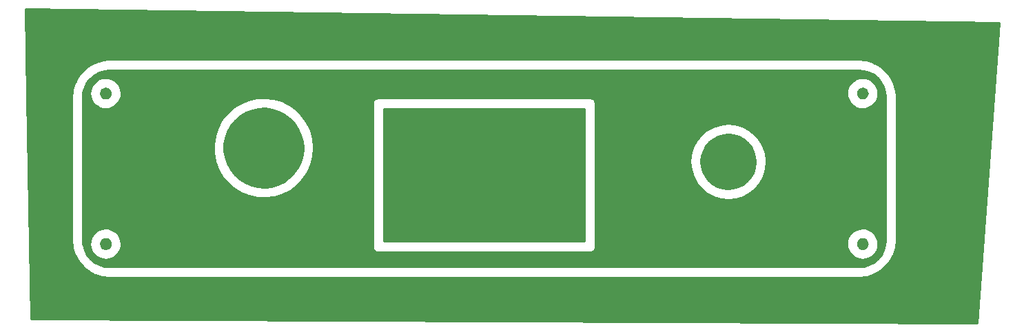
<source format=gbr>
%TF.GenerationSoftware,KiCad,Pcbnew,5.0.2+dfsg1-1*%
%TF.CreationDate,2021-08-12T08:11:43+08:00*%
%TF.ProjectId,shell_2,7368656c-6c5f-4322-9e6b-696361645f70,rev?*%
%TF.SameCoordinates,Original*%
%TF.FileFunction,Copper,L1,Top*%
%TF.FilePolarity,Positive*%
%FSLAX46Y46*%
G04 Gerber Fmt 4.6, Leading zero omitted, Abs format (unit mm)*
G04 Created by KiCad (PCBNEW 5.0.2+dfsg1-1) date 2021年08月12日 星期四 08时11分43秒*
%MOMM*%
%LPD*%
G01*
G04 APERTURE LIST*
%TA.AperFunction,NonConductor*%
%ADD10C,0.254000*%
%TD*%
G04 APERTURE END LIST*
D10*
G36*
X213274410Y-94816306D02*
X210600301Y-131749284D01*
X94308041Y-131242343D01*
X93838410Y-103967582D01*
X99340000Y-103967582D01*
X99340001Y-121532419D01*
X99342988Y-121562744D01*
X99342813Y-121587743D01*
X99343713Y-121596914D01*
X99425315Y-122373302D01*
X99437338Y-122431871D01*
X99448551Y-122490657D01*
X99451215Y-122499479D01*
X99682063Y-123245229D01*
X99705238Y-123300359D01*
X99727652Y-123355838D01*
X99731979Y-123363974D01*
X100103282Y-124050684D01*
X100136727Y-124100268D01*
X100169487Y-124150331D01*
X100175311Y-124157472D01*
X100672924Y-124758983D01*
X100715376Y-124801140D01*
X100757223Y-124843873D01*
X100764318Y-124849741D01*
X100764324Y-124849747D01*
X100764331Y-124849751D01*
X101369294Y-125343148D01*
X101419087Y-125376230D01*
X101468476Y-125410048D01*
X101476583Y-125414430D01*
X102165867Y-125780930D01*
X102221182Y-125803729D01*
X102276154Y-125827290D01*
X102284957Y-125830015D01*
X103032302Y-126055652D01*
X103091011Y-126067277D01*
X103149494Y-126079708D01*
X103158657Y-126080671D01*
X103158659Y-126080671D01*
X103935596Y-126156850D01*
X103935598Y-126156850D01*
X103967581Y-126160000D01*
X196032419Y-126160000D01*
X196062753Y-126157012D01*
X196087743Y-126157187D01*
X196096914Y-126156287D01*
X196873302Y-126074685D01*
X196931871Y-126062662D01*
X196990657Y-126051449D01*
X196999479Y-126048785D01*
X197745229Y-125817937D01*
X197800359Y-125794762D01*
X197855838Y-125772348D01*
X197863974Y-125768021D01*
X198550684Y-125396718D01*
X198600268Y-125363273D01*
X198650331Y-125330513D01*
X198657472Y-125324689D01*
X199258983Y-124827076D01*
X199301140Y-124784624D01*
X199343873Y-124742777D01*
X199349741Y-124735682D01*
X199349747Y-124735676D01*
X199349751Y-124735669D01*
X199843148Y-124130706D01*
X199876230Y-124080913D01*
X199910048Y-124031524D01*
X199914430Y-124023417D01*
X200280930Y-123334133D01*
X200303729Y-123278818D01*
X200327290Y-123223846D01*
X200330015Y-123215043D01*
X200555652Y-122467698D01*
X200567277Y-122408989D01*
X200579708Y-122350506D01*
X200580671Y-122341341D01*
X200656850Y-121564404D01*
X200656850Y-121564402D01*
X200660000Y-121532419D01*
X200660000Y-103967581D01*
X200657012Y-103937247D01*
X200657187Y-103912257D01*
X200656287Y-103903086D01*
X200574685Y-103126699D01*
X200562658Y-103068106D01*
X200551448Y-103009342D01*
X200548785Y-103000520D01*
X200317937Y-102254771D01*
X200294749Y-102199608D01*
X200272347Y-102144162D01*
X200268021Y-102136026D01*
X199896718Y-101449316D01*
X199863279Y-101399741D01*
X199830514Y-101349670D01*
X199824689Y-101342529D01*
X199327076Y-100741017D01*
X199284621Y-100698858D01*
X199242776Y-100656127D01*
X199235676Y-100650253D01*
X198630705Y-100156852D01*
X198580904Y-100123764D01*
X198531524Y-100089953D01*
X198523418Y-100085570D01*
X197834133Y-99719071D01*
X197778839Y-99696280D01*
X197723846Y-99672710D01*
X197715043Y-99669985D01*
X196967698Y-99444348D01*
X196908995Y-99432725D01*
X196850506Y-99420292D01*
X196841342Y-99419329D01*
X196064404Y-99343150D01*
X196064402Y-99343150D01*
X196032419Y-99340000D01*
X103967581Y-99340000D01*
X103937247Y-99342988D01*
X103912257Y-99342813D01*
X103903086Y-99343713D01*
X103126699Y-99425315D01*
X103068106Y-99437342D01*
X103009342Y-99448552D01*
X103000520Y-99451215D01*
X102254771Y-99682063D01*
X102199608Y-99705251D01*
X102144162Y-99727653D01*
X102136026Y-99731979D01*
X101449316Y-100103282D01*
X101399741Y-100136721D01*
X101349670Y-100169486D01*
X101342529Y-100175311D01*
X100741017Y-100672924D01*
X100698863Y-100715374D01*
X100656127Y-100757224D01*
X100650253Y-100764324D01*
X100156852Y-101369295D01*
X100123764Y-101419096D01*
X100089953Y-101468476D01*
X100085570Y-101476582D01*
X99719071Y-102165867D01*
X99696280Y-102221161D01*
X99672710Y-102276154D01*
X99669985Y-102284957D01*
X99444348Y-103032302D01*
X99432725Y-103091005D01*
X99420292Y-103149494D01*
X99419329Y-103158658D01*
X99343150Y-103935596D01*
X99340000Y-103967582D01*
X93838410Y-103967582D01*
X93652037Y-93143620D01*
X213274410Y-94816306D01*
X213274410Y-94816306D01*
G37*
X213274410Y-94816306D02*
X210600301Y-131749284D01*
X94308041Y-131242343D01*
X93838410Y-103967582D01*
X99340000Y-103967582D01*
X99340001Y-121532419D01*
X99342988Y-121562744D01*
X99342813Y-121587743D01*
X99343713Y-121596914D01*
X99425315Y-122373302D01*
X99437338Y-122431871D01*
X99448551Y-122490657D01*
X99451215Y-122499479D01*
X99682063Y-123245229D01*
X99705238Y-123300359D01*
X99727652Y-123355838D01*
X99731979Y-123363974D01*
X100103282Y-124050684D01*
X100136727Y-124100268D01*
X100169487Y-124150331D01*
X100175311Y-124157472D01*
X100672924Y-124758983D01*
X100715376Y-124801140D01*
X100757223Y-124843873D01*
X100764318Y-124849741D01*
X100764324Y-124849747D01*
X100764331Y-124849751D01*
X101369294Y-125343148D01*
X101419087Y-125376230D01*
X101468476Y-125410048D01*
X101476583Y-125414430D01*
X102165867Y-125780930D01*
X102221182Y-125803729D01*
X102276154Y-125827290D01*
X102284957Y-125830015D01*
X103032302Y-126055652D01*
X103091011Y-126067277D01*
X103149494Y-126079708D01*
X103158657Y-126080671D01*
X103158659Y-126080671D01*
X103935596Y-126156850D01*
X103935598Y-126156850D01*
X103967581Y-126160000D01*
X196032419Y-126160000D01*
X196062753Y-126157012D01*
X196087743Y-126157187D01*
X196096914Y-126156287D01*
X196873302Y-126074685D01*
X196931871Y-126062662D01*
X196990657Y-126051449D01*
X196999479Y-126048785D01*
X197745229Y-125817937D01*
X197800359Y-125794762D01*
X197855838Y-125772348D01*
X197863974Y-125768021D01*
X198550684Y-125396718D01*
X198600268Y-125363273D01*
X198650331Y-125330513D01*
X198657472Y-125324689D01*
X199258983Y-124827076D01*
X199301140Y-124784624D01*
X199343873Y-124742777D01*
X199349741Y-124735682D01*
X199349747Y-124735676D01*
X199349751Y-124735669D01*
X199843148Y-124130706D01*
X199876230Y-124080913D01*
X199910048Y-124031524D01*
X199914430Y-124023417D01*
X200280930Y-123334133D01*
X200303729Y-123278818D01*
X200327290Y-123223846D01*
X200330015Y-123215043D01*
X200555652Y-122467698D01*
X200567277Y-122408989D01*
X200579708Y-122350506D01*
X200580671Y-122341341D01*
X200656850Y-121564404D01*
X200656850Y-121564402D01*
X200660000Y-121532419D01*
X200660000Y-103967581D01*
X200657012Y-103937247D01*
X200657187Y-103912257D01*
X200656287Y-103903086D01*
X200574685Y-103126699D01*
X200562658Y-103068106D01*
X200551448Y-103009342D01*
X200548785Y-103000520D01*
X200317937Y-102254771D01*
X200294749Y-102199608D01*
X200272347Y-102144162D01*
X200268021Y-102136026D01*
X199896718Y-101449316D01*
X199863279Y-101399741D01*
X199830514Y-101349670D01*
X199824689Y-101342529D01*
X199327076Y-100741017D01*
X199284621Y-100698858D01*
X199242776Y-100656127D01*
X199235676Y-100650253D01*
X198630705Y-100156852D01*
X198580904Y-100123764D01*
X198531524Y-100089953D01*
X198523418Y-100085570D01*
X197834133Y-99719071D01*
X197778839Y-99696280D01*
X197723846Y-99672710D01*
X197715043Y-99669985D01*
X196967698Y-99444348D01*
X196908995Y-99432725D01*
X196850506Y-99420292D01*
X196841342Y-99419329D01*
X196064404Y-99343150D01*
X196064402Y-99343150D01*
X196032419Y-99340000D01*
X103967581Y-99340000D01*
X103937247Y-99342988D01*
X103912257Y-99342813D01*
X103903086Y-99343713D01*
X103126699Y-99425315D01*
X103068106Y-99437342D01*
X103009342Y-99448552D01*
X103000520Y-99451215D01*
X102254771Y-99682063D01*
X102199608Y-99705251D01*
X102144162Y-99727653D01*
X102136026Y-99731979D01*
X101449316Y-100103282D01*
X101399741Y-100136721D01*
X101349670Y-100169486D01*
X101342529Y-100175311D01*
X100741017Y-100672924D01*
X100698863Y-100715374D01*
X100656127Y-100757224D01*
X100650253Y-100764324D01*
X100156852Y-101369295D01*
X100123764Y-101419096D01*
X100089953Y-101468476D01*
X100085570Y-101476582D01*
X99719071Y-102165867D01*
X99696280Y-102221161D01*
X99672710Y-102276154D01*
X99669985Y-102284957D01*
X99444348Y-103032302D01*
X99432725Y-103091005D01*
X99420292Y-103149494D01*
X99419329Y-103158658D01*
X99343150Y-103935596D01*
X99340000Y-103967582D01*
X93838410Y-103967582D01*
X93652037Y-93143620D01*
X213274410Y-94816306D01*
G36*
X196648126Y-100726714D02*
X197271572Y-100914943D01*
X197846579Y-101220681D01*
X198351247Y-101632279D01*
X198766362Y-102134067D01*
X199076105Y-102706924D01*
X199268682Y-103329039D01*
X199340001Y-104007594D01*
X199340000Y-121467721D01*
X199273286Y-122148126D01*
X199085057Y-122771570D01*
X198779323Y-123346573D01*
X198367721Y-123851248D01*
X197865933Y-124266362D01*
X197293077Y-124576104D01*
X196670961Y-124768682D01*
X195992417Y-124840000D01*
X104032279Y-124840000D01*
X103351874Y-124773286D01*
X102728430Y-124585057D01*
X102153427Y-124279323D01*
X101648752Y-123867721D01*
X101233638Y-123365933D01*
X100923896Y-122793077D01*
X100731318Y-122170961D01*
X100716182Y-122026947D01*
X101570188Y-122026947D01*
X101612175Y-122401270D01*
X101726069Y-122760308D01*
X101907531Y-123090386D01*
X102149650Y-123378932D01*
X102443203Y-123614955D01*
X102777009Y-123789465D01*
X103138354Y-123895814D01*
X103513474Y-123929953D01*
X103888080Y-123890580D01*
X104247905Y-123779196D01*
X104579242Y-123600043D01*
X104869472Y-123359944D01*
X105107538Y-123068046D01*
X105284374Y-122735466D01*
X105393243Y-122374872D01*
X105430000Y-122000000D01*
X105429248Y-121946111D01*
X105382038Y-121572411D01*
X105263143Y-121214998D01*
X105077090Y-120887486D01*
X104830966Y-120602348D01*
X104534146Y-120370447D01*
X104197935Y-120200615D01*
X103835141Y-120099321D01*
X103459581Y-120070423D01*
X103085561Y-120115023D01*
X102727326Y-120231420D01*
X102398523Y-120415182D01*
X102111674Y-120659309D01*
X101877706Y-120954503D01*
X101705531Y-121289520D01*
X101601707Y-121651598D01*
X101570188Y-122026947D01*
X100716182Y-122026947D01*
X100660000Y-121492417D01*
X100660000Y-109736631D01*
X116737396Y-109736631D01*
X116747427Y-110781589D01*
X116933379Y-111809918D01*
X117289935Y-112792214D01*
X117806900Y-113700391D01*
X118469492Y-114508480D01*
X119258767Y-115193377D01*
X120152155Y-115735499D01*
X121124112Y-116119343D01*
X122146847Y-116333935D01*
X123191118Y-116373139D01*
X124227064Y-116235835D01*
X125225066Y-115925947D01*
X126156587Y-115452337D01*
X126994992Y-114828546D01*
X127716309Y-114072412D01*
X128299912Y-113205553D01*
X128729116Y-112252756D01*
X128991647Y-111241264D01*
X129080000Y-110200000D01*
X129078861Y-110081360D01*
X128970535Y-109041983D01*
X128688634Y-108035718D01*
X128241218Y-107091337D01*
X127641081Y-106235841D01*
X126905381Y-105493693D01*
X126055155Y-104886113D01*
X125774218Y-104750000D01*
X136311686Y-104750000D01*
X136315000Y-104783647D01*
X136315001Y-122316343D01*
X136311686Y-122350000D01*
X136324912Y-122484283D01*
X136364081Y-122613406D01*
X136427688Y-122732407D01*
X136513289Y-122836711D01*
X136617593Y-122922312D01*
X136736594Y-122985919D01*
X136865717Y-123025088D01*
X136966353Y-123035000D01*
X137000000Y-123038314D01*
X137033647Y-123035000D01*
X162966353Y-123035000D01*
X163000000Y-123038314D01*
X163134283Y-123025088D01*
X163263406Y-122985919D01*
X163382407Y-122922312D01*
X163486711Y-122836711D01*
X163572312Y-122732407D01*
X163635919Y-122613406D01*
X163675088Y-122484283D01*
X163685000Y-122383647D01*
X163688314Y-122350000D01*
X163685000Y-122316353D01*
X163685000Y-122026947D01*
X194570188Y-122026947D01*
X194612175Y-122401270D01*
X194726069Y-122760308D01*
X194907531Y-123090386D01*
X195149650Y-123378932D01*
X195443203Y-123614955D01*
X195777009Y-123789465D01*
X196138354Y-123895814D01*
X196513474Y-123929953D01*
X196888080Y-123890580D01*
X197247905Y-123779196D01*
X197579242Y-123600043D01*
X197869472Y-123359944D01*
X198107538Y-123068046D01*
X198284374Y-122735466D01*
X198393243Y-122374872D01*
X198430000Y-122000000D01*
X198429248Y-121946111D01*
X198382038Y-121572411D01*
X198263143Y-121214998D01*
X198077090Y-120887486D01*
X197830966Y-120602348D01*
X197534146Y-120370447D01*
X197197935Y-120200615D01*
X196835141Y-120099321D01*
X196459581Y-120070423D01*
X196085561Y-120115023D01*
X195727326Y-120231420D01*
X195398523Y-120415182D01*
X195111674Y-120659309D01*
X194877706Y-120954503D01*
X194705531Y-121289520D01*
X194601707Y-121651598D01*
X194570188Y-122026947D01*
X163685000Y-122026947D01*
X163685000Y-111965343D01*
X175320456Y-111965343D01*
X175422269Y-112873027D01*
X175698447Y-113743648D01*
X176138469Y-114544046D01*
X176725576Y-115243732D01*
X177437404Y-115816057D01*
X178246841Y-116239220D01*
X179123055Y-116497104D01*
X180032672Y-116579886D01*
X180941045Y-116484412D01*
X181813573Y-116214320D01*
X182617023Y-115779896D01*
X183320791Y-115197688D01*
X183898071Y-114489872D01*
X184326875Y-113683409D01*
X184590870Y-112809017D01*
X184680000Y-111900000D01*
X184678175Y-111769327D01*
X184563699Y-110863153D01*
X184275393Y-109996473D01*
X183824238Y-109202297D01*
X183227419Y-108510876D01*
X182507669Y-107948545D01*
X181692403Y-107536725D01*
X180812673Y-107291100D01*
X179901989Y-107221026D01*
X178995039Y-107329174D01*
X178126367Y-107611422D01*
X177329061Y-108057022D01*
X176633490Y-108648999D01*
X176066148Y-109364806D01*
X175648646Y-110177177D01*
X175396886Y-111055170D01*
X175320456Y-111965343D01*
X163685000Y-111965343D01*
X163685000Y-104783647D01*
X163688314Y-104750000D01*
X163675088Y-104615717D01*
X163635919Y-104486594D01*
X163572312Y-104367593D01*
X163486711Y-104263289D01*
X163382407Y-104177688D01*
X163263406Y-104114081D01*
X163134283Y-104074912D01*
X163033647Y-104065000D01*
X163000000Y-104061686D01*
X162966353Y-104065000D01*
X137033647Y-104065000D01*
X137000000Y-104061686D01*
X136966353Y-104065000D01*
X136865717Y-104074912D01*
X136736594Y-104114081D01*
X136617593Y-104177688D01*
X136513289Y-104263289D01*
X136427688Y-104367593D01*
X136364081Y-104486594D01*
X136324912Y-104615717D01*
X136311686Y-104750000D01*
X125774218Y-104750000D01*
X125114714Y-104430473D01*
X124110947Y-104139801D01*
X123072556Y-104022409D01*
X122029230Y-104081654D01*
X121010803Y-104315840D01*
X120046394Y-104718273D01*
X119163577Y-105277445D01*
X118387597Y-105977368D01*
X117740640Y-106798029D01*
X117241205Y-107715963D01*
X116903572Y-108704923D01*
X116737396Y-109736631D01*
X100660000Y-109736631D01*
X100660000Y-104032278D01*
X100709547Y-103526947D01*
X101570188Y-103526947D01*
X101612175Y-103901270D01*
X101726069Y-104260308D01*
X101907531Y-104590386D01*
X102149650Y-104878932D01*
X102443203Y-105114955D01*
X102777009Y-105289465D01*
X103138354Y-105395814D01*
X103513474Y-105429953D01*
X103888080Y-105390580D01*
X104247905Y-105279196D01*
X104579242Y-105100043D01*
X104869472Y-104859944D01*
X105107538Y-104568046D01*
X105284374Y-104235466D01*
X105393243Y-103874872D01*
X105427357Y-103526947D01*
X194570188Y-103526947D01*
X194612175Y-103901270D01*
X194726069Y-104260308D01*
X194907531Y-104590386D01*
X195149650Y-104878932D01*
X195443203Y-105114955D01*
X195777009Y-105289465D01*
X196138354Y-105395814D01*
X196513474Y-105429953D01*
X196888080Y-105390580D01*
X197247905Y-105279196D01*
X197579242Y-105100043D01*
X197869472Y-104859944D01*
X198107538Y-104568046D01*
X198284374Y-104235466D01*
X198393243Y-103874872D01*
X198430000Y-103500000D01*
X198429248Y-103446111D01*
X198382038Y-103072411D01*
X198263143Y-102714998D01*
X198077090Y-102387486D01*
X197830966Y-102102348D01*
X197534146Y-101870447D01*
X197197935Y-101700615D01*
X196835141Y-101599321D01*
X196459581Y-101570423D01*
X196085561Y-101615023D01*
X195727326Y-101731420D01*
X195398523Y-101915182D01*
X195111674Y-102159309D01*
X194877706Y-102454503D01*
X194705531Y-102789520D01*
X194601707Y-103151598D01*
X194570188Y-103526947D01*
X105427357Y-103526947D01*
X105430000Y-103500000D01*
X105429248Y-103446111D01*
X105382038Y-103072411D01*
X105263143Y-102714998D01*
X105077090Y-102387486D01*
X104830966Y-102102348D01*
X104534146Y-101870447D01*
X104197935Y-101700615D01*
X103835141Y-101599321D01*
X103459581Y-101570423D01*
X103085561Y-101615023D01*
X102727326Y-101731420D01*
X102398523Y-101915182D01*
X102111674Y-102159309D01*
X101877706Y-102454503D01*
X101705531Y-102789520D01*
X101601707Y-103151598D01*
X101570188Y-103526947D01*
X100709547Y-103526947D01*
X100726714Y-103351874D01*
X100914943Y-102728428D01*
X101220681Y-102153421D01*
X101632279Y-101648753D01*
X102134067Y-101233638D01*
X102706924Y-100923895D01*
X103329039Y-100731318D01*
X104007584Y-100660000D01*
X195967722Y-100660000D01*
X196648126Y-100726714D01*
X196648126Y-100726714D01*
G37*
X196648126Y-100726714D02*
X197271572Y-100914943D01*
X197846579Y-101220681D01*
X198351247Y-101632279D01*
X198766362Y-102134067D01*
X199076105Y-102706924D01*
X199268682Y-103329039D01*
X199340001Y-104007594D01*
X199340000Y-121467721D01*
X199273286Y-122148126D01*
X199085057Y-122771570D01*
X198779323Y-123346573D01*
X198367721Y-123851248D01*
X197865933Y-124266362D01*
X197293077Y-124576104D01*
X196670961Y-124768682D01*
X195992417Y-124840000D01*
X104032279Y-124840000D01*
X103351874Y-124773286D01*
X102728430Y-124585057D01*
X102153427Y-124279323D01*
X101648752Y-123867721D01*
X101233638Y-123365933D01*
X100923896Y-122793077D01*
X100731318Y-122170961D01*
X100716182Y-122026947D01*
X101570188Y-122026947D01*
X101612175Y-122401270D01*
X101726069Y-122760308D01*
X101907531Y-123090386D01*
X102149650Y-123378932D01*
X102443203Y-123614955D01*
X102777009Y-123789465D01*
X103138354Y-123895814D01*
X103513474Y-123929953D01*
X103888080Y-123890580D01*
X104247905Y-123779196D01*
X104579242Y-123600043D01*
X104869472Y-123359944D01*
X105107538Y-123068046D01*
X105284374Y-122735466D01*
X105393243Y-122374872D01*
X105430000Y-122000000D01*
X105429248Y-121946111D01*
X105382038Y-121572411D01*
X105263143Y-121214998D01*
X105077090Y-120887486D01*
X104830966Y-120602348D01*
X104534146Y-120370447D01*
X104197935Y-120200615D01*
X103835141Y-120099321D01*
X103459581Y-120070423D01*
X103085561Y-120115023D01*
X102727326Y-120231420D01*
X102398523Y-120415182D01*
X102111674Y-120659309D01*
X101877706Y-120954503D01*
X101705531Y-121289520D01*
X101601707Y-121651598D01*
X101570188Y-122026947D01*
X100716182Y-122026947D01*
X100660000Y-121492417D01*
X100660000Y-109736631D01*
X116737396Y-109736631D01*
X116747427Y-110781589D01*
X116933379Y-111809918D01*
X117289935Y-112792214D01*
X117806900Y-113700391D01*
X118469492Y-114508480D01*
X119258767Y-115193377D01*
X120152155Y-115735499D01*
X121124112Y-116119343D01*
X122146847Y-116333935D01*
X123191118Y-116373139D01*
X124227064Y-116235835D01*
X125225066Y-115925947D01*
X126156587Y-115452337D01*
X126994992Y-114828546D01*
X127716309Y-114072412D01*
X128299912Y-113205553D01*
X128729116Y-112252756D01*
X128991647Y-111241264D01*
X129080000Y-110200000D01*
X129078861Y-110081360D01*
X128970535Y-109041983D01*
X128688634Y-108035718D01*
X128241218Y-107091337D01*
X127641081Y-106235841D01*
X126905381Y-105493693D01*
X126055155Y-104886113D01*
X125774218Y-104750000D01*
X136311686Y-104750000D01*
X136315000Y-104783647D01*
X136315001Y-122316343D01*
X136311686Y-122350000D01*
X136324912Y-122484283D01*
X136364081Y-122613406D01*
X136427688Y-122732407D01*
X136513289Y-122836711D01*
X136617593Y-122922312D01*
X136736594Y-122985919D01*
X136865717Y-123025088D01*
X136966353Y-123035000D01*
X137000000Y-123038314D01*
X137033647Y-123035000D01*
X162966353Y-123035000D01*
X163000000Y-123038314D01*
X163134283Y-123025088D01*
X163263406Y-122985919D01*
X163382407Y-122922312D01*
X163486711Y-122836711D01*
X163572312Y-122732407D01*
X163635919Y-122613406D01*
X163675088Y-122484283D01*
X163685000Y-122383647D01*
X163688314Y-122350000D01*
X163685000Y-122316353D01*
X163685000Y-122026947D01*
X194570188Y-122026947D01*
X194612175Y-122401270D01*
X194726069Y-122760308D01*
X194907531Y-123090386D01*
X195149650Y-123378932D01*
X195443203Y-123614955D01*
X195777009Y-123789465D01*
X196138354Y-123895814D01*
X196513474Y-123929953D01*
X196888080Y-123890580D01*
X197247905Y-123779196D01*
X197579242Y-123600043D01*
X197869472Y-123359944D01*
X198107538Y-123068046D01*
X198284374Y-122735466D01*
X198393243Y-122374872D01*
X198430000Y-122000000D01*
X198429248Y-121946111D01*
X198382038Y-121572411D01*
X198263143Y-121214998D01*
X198077090Y-120887486D01*
X197830966Y-120602348D01*
X197534146Y-120370447D01*
X197197935Y-120200615D01*
X196835141Y-120099321D01*
X196459581Y-120070423D01*
X196085561Y-120115023D01*
X195727326Y-120231420D01*
X195398523Y-120415182D01*
X195111674Y-120659309D01*
X194877706Y-120954503D01*
X194705531Y-121289520D01*
X194601707Y-121651598D01*
X194570188Y-122026947D01*
X163685000Y-122026947D01*
X163685000Y-111965343D01*
X175320456Y-111965343D01*
X175422269Y-112873027D01*
X175698447Y-113743648D01*
X176138469Y-114544046D01*
X176725576Y-115243732D01*
X177437404Y-115816057D01*
X178246841Y-116239220D01*
X179123055Y-116497104D01*
X180032672Y-116579886D01*
X180941045Y-116484412D01*
X181813573Y-116214320D01*
X182617023Y-115779896D01*
X183320791Y-115197688D01*
X183898071Y-114489872D01*
X184326875Y-113683409D01*
X184590870Y-112809017D01*
X184680000Y-111900000D01*
X184678175Y-111769327D01*
X184563699Y-110863153D01*
X184275393Y-109996473D01*
X183824238Y-109202297D01*
X183227419Y-108510876D01*
X182507669Y-107948545D01*
X181692403Y-107536725D01*
X180812673Y-107291100D01*
X179901989Y-107221026D01*
X178995039Y-107329174D01*
X178126367Y-107611422D01*
X177329061Y-108057022D01*
X176633490Y-108648999D01*
X176066148Y-109364806D01*
X175648646Y-110177177D01*
X175396886Y-111055170D01*
X175320456Y-111965343D01*
X163685000Y-111965343D01*
X163685000Y-104783647D01*
X163688314Y-104750000D01*
X163675088Y-104615717D01*
X163635919Y-104486594D01*
X163572312Y-104367593D01*
X163486711Y-104263289D01*
X163382407Y-104177688D01*
X163263406Y-104114081D01*
X163134283Y-104074912D01*
X163033647Y-104065000D01*
X163000000Y-104061686D01*
X162966353Y-104065000D01*
X137033647Y-104065000D01*
X137000000Y-104061686D01*
X136966353Y-104065000D01*
X136865717Y-104074912D01*
X136736594Y-104114081D01*
X136617593Y-104177688D01*
X136513289Y-104263289D01*
X136427688Y-104367593D01*
X136364081Y-104486594D01*
X136324912Y-104615717D01*
X136311686Y-104750000D01*
X125774218Y-104750000D01*
X125114714Y-104430473D01*
X124110947Y-104139801D01*
X123072556Y-104022409D01*
X122029230Y-104081654D01*
X121010803Y-104315840D01*
X120046394Y-104718273D01*
X119163577Y-105277445D01*
X118387597Y-105977368D01*
X117740640Y-106798029D01*
X117241205Y-107715963D01*
X116903572Y-108704923D01*
X116737396Y-109736631D01*
X100660000Y-109736631D01*
X100660000Y-104032278D01*
X100709547Y-103526947D01*
X101570188Y-103526947D01*
X101612175Y-103901270D01*
X101726069Y-104260308D01*
X101907531Y-104590386D01*
X102149650Y-104878932D01*
X102443203Y-105114955D01*
X102777009Y-105289465D01*
X103138354Y-105395814D01*
X103513474Y-105429953D01*
X103888080Y-105390580D01*
X104247905Y-105279196D01*
X104579242Y-105100043D01*
X104869472Y-104859944D01*
X105107538Y-104568046D01*
X105284374Y-104235466D01*
X105393243Y-103874872D01*
X105427357Y-103526947D01*
X194570188Y-103526947D01*
X194612175Y-103901270D01*
X194726069Y-104260308D01*
X194907531Y-104590386D01*
X195149650Y-104878932D01*
X195443203Y-105114955D01*
X195777009Y-105289465D01*
X196138354Y-105395814D01*
X196513474Y-105429953D01*
X196888080Y-105390580D01*
X197247905Y-105279196D01*
X197579242Y-105100043D01*
X197869472Y-104859944D01*
X198107538Y-104568046D01*
X198284374Y-104235466D01*
X198393243Y-103874872D01*
X198430000Y-103500000D01*
X198429248Y-103446111D01*
X198382038Y-103072411D01*
X198263143Y-102714998D01*
X198077090Y-102387486D01*
X197830966Y-102102348D01*
X197534146Y-101870447D01*
X197197935Y-101700615D01*
X196835141Y-101599321D01*
X196459581Y-101570423D01*
X196085561Y-101615023D01*
X195727326Y-101731420D01*
X195398523Y-101915182D01*
X195111674Y-102159309D01*
X194877706Y-102454503D01*
X194705531Y-102789520D01*
X194601707Y-103151598D01*
X194570188Y-103526947D01*
X105427357Y-103526947D01*
X105430000Y-103500000D01*
X105429248Y-103446111D01*
X105382038Y-103072411D01*
X105263143Y-102714998D01*
X105077090Y-102387486D01*
X104830966Y-102102348D01*
X104534146Y-101870447D01*
X104197935Y-101700615D01*
X103835141Y-101599321D01*
X103459581Y-101570423D01*
X103085561Y-101615023D01*
X102727326Y-101731420D01*
X102398523Y-101915182D01*
X102111674Y-102159309D01*
X101877706Y-102454503D01*
X101705531Y-102789520D01*
X101601707Y-103151598D01*
X101570188Y-103526947D01*
X100709547Y-103526947D01*
X100726714Y-103351874D01*
X100914943Y-102728428D01*
X101220681Y-102153421D01*
X101632279Y-101648753D01*
X102134067Y-101233638D01*
X102706924Y-100923895D01*
X103329039Y-100731318D01*
X104007584Y-100660000D01*
X195967722Y-100660000D01*
X196648126Y-100726714D01*
G36*
X196618636Y-121422051D02*
X196728634Y-121456101D01*
X196829924Y-121510868D01*
X196918647Y-121584266D01*
X196991424Y-121673499D01*
X197045482Y-121775168D01*
X197078764Y-121885402D01*
X197090000Y-122000000D01*
X197089770Y-122016474D01*
X197075338Y-122130714D01*
X197038992Y-122239975D01*
X196982115Y-122340095D01*
X196906876Y-122427261D01*
X196816138Y-122498153D01*
X196713358Y-122550071D01*
X196602452Y-122581037D01*
X196487644Y-122589871D01*
X196373306Y-122576237D01*
X196263794Y-122540654D01*
X196163279Y-122484478D01*
X196075590Y-122409848D01*
X196004066Y-122319608D01*
X195951432Y-122217193D01*
X195919693Y-122106506D01*
X195910058Y-121991762D01*
X195922893Y-121877332D01*
X195957710Y-121767574D01*
X196013183Y-121666669D01*
X196087199Y-121578461D01*
X196176938Y-121506309D01*
X196278982Y-121452962D01*
X196389445Y-121420451D01*
X196504119Y-121410014D01*
X196618636Y-121422051D01*
X196618636Y-121422051D01*
G37*
X196618636Y-121422051D02*
X196728634Y-121456101D01*
X196829924Y-121510868D01*
X196918647Y-121584266D01*
X196991424Y-121673499D01*
X197045482Y-121775168D01*
X197078764Y-121885402D01*
X197090000Y-122000000D01*
X197089770Y-122016474D01*
X197075338Y-122130714D01*
X197038992Y-122239975D01*
X196982115Y-122340095D01*
X196906876Y-122427261D01*
X196816138Y-122498153D01*
X196713358Y-122550071D01*
X196602452Y-122581037D01*
X196487644Y-122589871D01*
X196373306Y-122576237D01*
X196263794Y-122540654D01*
X196163279Y-122484478D01*
X196075590Y-122409848D01*
X196004066Y-122319608D01*
X195951432Y-122217193D01*
X195919693Y-122106506D01*
X195910058Y-121991762D01*
X195922893Y-121877332D01*
X195957710Y-121767574D01*
X196013183Y-121666669D01*
X196087199Y-121578461D01*
X196176938Y-121506309D01*
X196278982Y-121452962D01*
X196389445Y-121420451D01*
X196504119Y-121410014D01*
X196618636Y-121422051D01*
G36*
X103618636Y-121422051D02*
X103728634Y-121456101D01*
X103829924Y-121510868D01*
X103918647Y-121584266D01*
X103991424Y-121673499D01*
X104045482Y-121775168D01*
X104078764Y-121885402D01*
X104090000Y-122000000D01*
X104089770Y-122016474D01*
X104075338Y-122130714D01*
X104038992Y-122239975D01*
X103982115Y-122340095D01*
X103906876Y-122427261D01*
X103816138Y-122498153D01*
X103713358Y-122550071D01*
X103602452Y-122581037D01*
X103487644Y-122589871D01*
X103373306Y-122576237D01*
X103263794Y-122540654D01*
X103163279Y-122484478D01*
X103075590Y-122409848D01*
X103004066Y-122319608D01*
X102951432Y-122217193D01*
X102919693Y-122106506D01*
X102910058Y-121991762D01*
X102922893Y-121877332D01*
X102957710Y-121767574D01*
X103013183Y-121666669D01*
X103087199Y-121578461D01*
X103176938Y-121506309D01*
X103278982Y-121452962D01*
X103389445Y-121420451D01*
X103504119Y-121410014D01*
X103618636Y-121422051D01*
X103618636Y-121422051D01*
G37*
X103618636Y-121422051D02*
X103728634Y-121456101D01*
X103829924Y-121510868D01*
X103918647Y-121584266D01*
X103991424Y-121673499D01*
X104045482Y-121775168D01*
X104078764Y-121885402D01*
X104090000Y-122000000D01*
X104089770Y-122016474D01*
X104075338Y-122130714D01*
X104038992Y-122239975D01*
X103982115Y-122340095D01*
X103906876Y-122427261D01*
X103816138Y-122498153D01*
X103713358Y-122550071D01*
X103602452Y-122581037D01*
X103487644Y-122589871D01*
X103373306Y-122576237D01*
X103263794Y-122540654D01*
X103163279Y-122484478D01*
X103075590Y-122409848D01*
X103004066Y-122319608D01*
X102951432Y-122217193D01*
X102919693Y-122106506D01*
X102910058Y-121991762D01*
X102922893Y-121877332D01*
X102957710Y-121767574D01*
X103013183Y-121666669D01*
X103087199Y-121578461D01*
X103176938Y-121506309D01*
X103278982Y-121452962D01*
X103389445Y-121420451D01*
X103504119Y-121410014D01*
X103618636Y-121422051D01*
G36*
X162315001Y-121665000D02*
X137685000Y-121665000D01*
X137685000Y-105435000D01*
X162315000Y-105435000D01*
X162315001Y-121665000D01*
X162315001Y-121665000D01*
G37*
X162315001Y-121665000D02*
X137685000Y-121665000D01*
X137685000Y-105435000D01*
X162315000Y-105435000D01*
X162315001Y-121665000D01*
G36*
X180671600Y-108628219D02*
X181294302Y-108820977D01*
X181867704Y-109131015D01*
X182369966Y-109546522D01*
X182781957Y-110051672D01*
X183087984Y-110627225D01*
X183276390Y-111251257D01*
X183340000Y-111900000D01*
X183338698Y-111993258D01*
X183256999Y-112639972D01*
X183051242Y-113258500D01*
X182729264Y-113825284D01*
X182303329Y-114318734D01*
X181789661Y-114720055D01*
X181207826Y-115013961D01*
X180579985Y-115189258D01*
X179930052Y-115239267D01*
X179282784Y-115162085D01*
X178662834Y-114960652D01*
X178093817Y-114642638D01*
X177597405Y-114220159D01*
X177192508Y-113709305D01*
X176894547Y-113129536D01*
X176714871Y-112502934D01*
X176660326Y-111853366D01*
X176732987Y-111205575D01*
X176930088Y-110584234D01*
X177244121Y-110013010D01*
X177663124Y-109513661D01*
X178171139Y-109105207D01*
X178748814Y-108803206D01*
X179374146Y-108619161D01*
X180023317Y-108560081D01*
X180671600Y-108628219D01*
X180671600Y-108628219D01*
G37*
X180671600Y-108628219D02*
X181294302Y-108820977D01*
X181867704Y-109131015D01*
X182369966Y-109546522D01*
X182781957Y-110051672D01*
X183087984Y-110627225D01*
X183276390Y-111251257D01*
X183340000Y-111900000D01*
X183338698Y-111993258D01*
X183256999Y-112639972D01*
X183051242Y-113258500D01*
X182729264Y-113825284D01*
X182303329Y-114318734D01*
X181789661Y-114720055D01*
X181207826Y-115013961D01*
X180579985Y-115189258D01*
X179930052Y-115239267D01*
X179282784Y-115162085D01*
X178662834Y-114960652D01*
X178093817Y-114642638D01*
X177597405Y-114220159D01*
X177192508Y-113709305D01*
X176894547Y-113129536D01*
X176714871Y-112502934D01*
X176660326Y-111853366D01*
X176732987Y-111205575D01*
X176930088Y-110584234D01*
X177244121Y-110013010D01*
X177663124Y-109513661D01*
X178171139Y-109105207D01*
X178748814Y-108803206D01*
X179374146Y-108619161D01*
X180023317Y-108560081D01*
X180671600Y-108628219D01*
G36*
X123939319Y-105472906D02*
X124720925Y-105715601D01*
X125450466Y-106086519D01*
X126107081Y-106575054D01*
X126671996Y-107167238D01*
X127129058Y-107846137D01*
X127465198Y-108592340D01*
X127670805Y-109384511D01*
X127740000Y-110200000D01*
X127739108Y-110292916D01*
X127654270Y-111106926D01*
X127433493Y-111895004D01*
X127083090Y-112634617D01*
X126613079Y-113304616D01*
X126036900Y-113885845D01*
X125371028Y-114361685D01*
X124634501Y-114718529D01*
X123848379Y-114946175D01*
X123035141Y-115038113D01*
X122218038Y-114991715D01*
X121420435Y-114808306D01*
X120665137Y-114493132D01*
X119973740Y-114055205D01*
X119366015Y-113507045D01*
X118859336Y-112864327D01*
X118468193Y-112145427D01*
X118203769Y-111370902D01*
X118073624Y-110562897D01*
X118081480Y-109744516D01*
X118227112Y-108939158D01*
X118506357Y-108169852D01*
X118911229Y-107458594D01*
X119430153Y-106825721D01*
X120048290Y-106289329D01*
X120747966Y-105864755D01*
X121509175Y-105564139D01*
X122310152Y-105396077D01*
X123127995Y-105365373D01*
X123939319Y-105472906D01*
X123939319Y-105472906D01*
G37*
X123939319Y-105472906D02*
X124720925Y-105715601D01*
X125450466Y-106086519D01*
X126107081Y-106575054D01*
X126671996Y-107167238D01*
X127129058Y-107846137D01*
X127465198Y-108592340D01*
X127670805Y-109384511D01*
X127740000Y-110200000D01*
X127739108Y-110292916D01*
X127654270Y-111106926D01*
X127433493Y-111895004D01*
X127083090Y-112634617D01*
X126613079Y-113304616D01*
X126036900Y-113885845D01*
X125371028Y-114361685D01*
X124634501Y-114718529D01*
X123848379Y-114946175D01*
X123035141Y-115038113D01*
X122218038Y-114991715D01*
X121420435Y-114808306D01*
X120665137Y-114493132D01*
X119973740Y-114055205D01*
X119366015Y-113507045D01*
X118859336Y-112864327D01*
X118468193Y-112145427D01*
X118203769Y-111370902D01*
X118073624Y-110562897D01*
X118081480Y-109744516D01*
X118227112Y-108939158D01*
X118506357Y-108169852D01*
X118911229Y-107458594D01*
X119430153Y-106825721D01*
X120048290Y-106289329D01*
X120747966Y-105864755D01*
X121509175Y-105564139D01*
X122310152Y-105396077D01*
X123127995Y-105365373D01*
X123939319Y-105472906D01*
G36*
X196618636Y-102922051D02*
X196728634Y-102956101D01*
X196829924Y-103010868D01*
X196918647Y-103084266D01*
X196991424Y-103173499D01*
X197045482Y-103275168D01*
X197078764Y-103385402D01*
X197090000Y-103500000D01*
X197089770Y-103516474D01*
X197075338Y-103630714D01*
X197038992Y-103739975D01*
X196982115Y-103840095D01*
X196906876Y-103927261D01*
X196816138Y-103998153D01*
X196713358Y-104050071D01*
X196602452Y-104081037D01*
X196487644Y-104089871D01*
X196373306Y-104076237D01*
X196263794Y-104040654D01*
X196163279Y-103984478D01*
X196075590Y-103909848D01*
X196004066Y-103819608D01*
X195951432Y-103717193D01*
X195919693Y-103606506D01*
X195910058Y-103491762D01*
X195922893Y-103377332D01*
X195957710Y-103267574D01*
X196013183Y-103166669D01*
X196087199Y-103078461D01*
X196176938Y-103006309D01*
X196278982Y-102952962D01*
X196389445Y-102920451D01*
X196504119Y-102910014D01*
X196618636Y-102922051D01*
X196618636Y-102922051D01*
G37*
X196618636Y-102922051D02*
X196728634Y-102956101D01*
X196829924Y-103010868D01*
X196918647Y-103084266D01*
X196991424Y-103173499D01*
X197045482Y-103275168D01*
X197078764Y-103385402D01*
X197090000Y-103500000D01*
X197089770Y-103516474D01*
X197075338Y-103630714D01*
X197038992Y-103739975D01*
X196982115Y-103840095D01*
X196906876Y-103927261D01*
X196816138Y-103998153D01*
X196713358Y-104050071D01*
X196602452Y-104081037D01*
X196487644Y-104089871D01*
X196373306Y-104076237D01*
X196263794Y-104040654D01*
X196163279Y-103984478D01*
X196075590Y-103909848D01*
X196004066Y-103819608D01*
X195951432Y-103717193D01*
X195919693Y-103606506D01*
X195910058Y-103491762D01*
X195922893Y-103377332D01*
X195957710Y-103267574D01*
X196013183Y-103166669D01*
X196087199Y-103078461D01*
X196176938Y-103006309D01*
X196278982Y-102952962D01*
X196389445Y-102920451D01*
X196504119Y-102910014D01*
X196618636Y-102922051D01*
G36*
X103618636Y-102922051D02*
X103728634Y-102956101D01*
X103829924Y-103010868D01*
X103918647Y-103084266D01*
X103991424Y-103173499D01*
X104045482Y-103275168D01*
X104078764Y-103385402D01*
X104090000Y-103500000D01*
X104089770Y-103516474D01*
X104075338Y-103630714D01*
X104038992Y-103739975D01*
X103982115Y-103840095D01*
X103906876Y-103927261D01*
X103816138Y-103998153D01*
X103713358Y-104050071D01*
X103602452Y-104081037D01*
X103487644Y-104089871D01*
X103373306Y-104076237D01*
X103263794Y-104040654D01*
X103163279Y-103984478D01*
X103075590Y-103909848D01*
X103004066Y-103819608D01*
X102951432Y-103717193D01*
X102919693Y-103606506D01*
X102910058Y-103491762D01*
X102922893Y-103377332D01*
X102957710Y-103267574D01*
X103013183Y-103166669D01*
X103087199Y-103078461D01*
X103176938Y-103006309D01*
X103278982Y-102952962D01*
X103389445Y-102920451D01*
X103504119Y-102910014D01*
X103618636Y-102922051D01*
X103618636Y-102922051D01*
G37*
X103618636Y-102922051D02*
X103728634Y-102956101D01*
X103829924Y-103010868D01*
X103918647Y-103084266D01*
X103991424Y-103173499D01*
X104045482Y-103275168D01*
X104078764Y-103385402D01*
X104090000Y-103500000D01*
X104089770Y-103516474D01*
X104075338Y-103630714D01*
X104038992Y-103739975D01*
X103982115Y-103840095D01*
X103906876Y-103927261D01*
X103816138Y-103998153D01*
X103713358Y-104050071D01*
X103602452Y-104081037D01*
X103487644Y-104089871D01*
X103373306Y-104076237D01*
X103263794Y-104040654D01*
X103163279Y-103984478D01*
X103075590Y-103909848D01*
X103004066Y-103819608D01*
X102951432Y-103717193D01*
X102919693Y-103606506D01*
X102910058Y-103491762D01*
X102922893Y-103377332D01*
X102957710Y-103267574D01*
X103013183Y-103166669D01*
X103087199Y-103078461D01*
X103176938Y-103006309D01*
X103278982Y-102952962D01*
X103389445Y-102920451D01*
X103504119Y-102910014D01*
X103618636Y-102922051D01*
M02*

</source>
